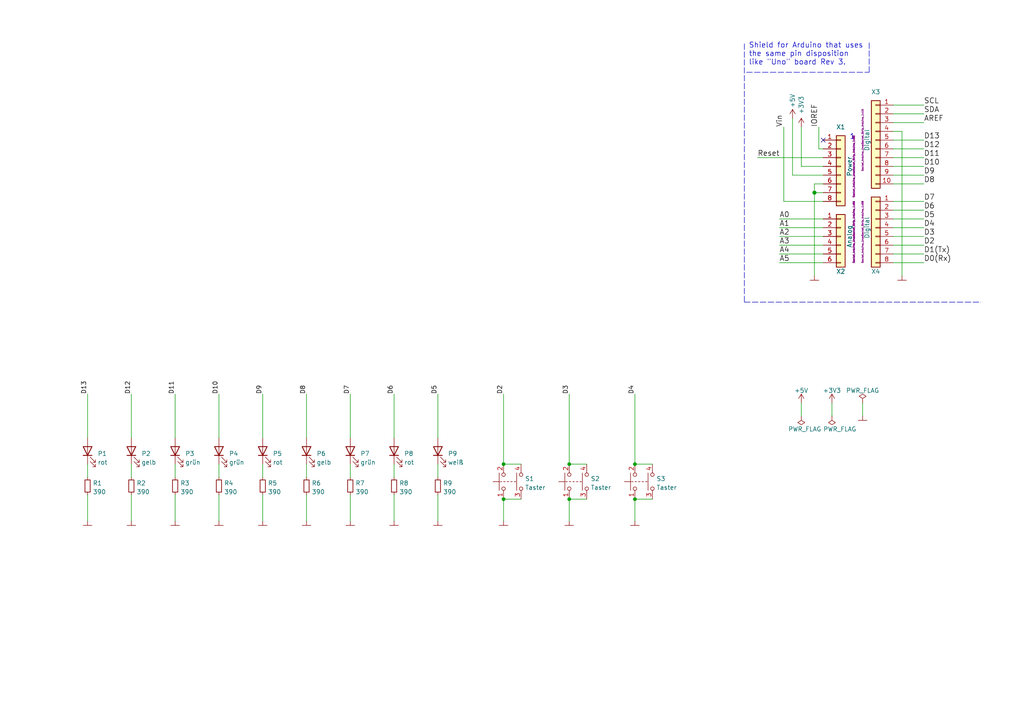
<source format=kicad_sch>
(kicad_sch (version 20211123) (generator eeschema)
  (paper "A4")
  (title_block (title "Arduino Shield LED-Projekte") (date "2022-12-30") (rev "3.0") (company "School Lab DLR") (comment 1 "Jörg Bischof") (comment 2 "DM6RAC"))
  (lib_symbols
    (symbol "Connector_Generic:Conn_01x06" (pin_names (offset 1.016) hide)
      (property "Reference" "J" (at 0 7.62 0))
      (property "Value" "Conn_01x06" (at 0 -10.16 0))
      (symbol "Conn_01x06_1_1"
        (rectangle (start -1.27 -7.493) (end 0 -7.747) (stroke (width 0.1524)))
        (rectangle (start -1.27 -4.953) (end 0 -5.207) (stroke (width 0.1524)))
        (rectangle (start -1.27 -2.413) (end 0 -2.667) (stroke (width 0.1524)))
        (rectangle (start -1.27 0.127) (end 0 -0.127) (stroke (width 0.1524)))
        (rectangle (start -1.27 2.667) (end 0 2.413) (stroke (width 0.1524)))
        (rectangle (start -1.27 5.207) (end 0 4.953) (stroke (width 0.1524)))
        (rectangle (start -1.27 6.35) (end 1.27 -8.89) (stroke (width 0.254)) (fill (type background)))
        (pin passive line (at -5.08 5.08 0) (length 3.81) (name "Pin_1") (number "1"))
        (pin passive line (at -5.08 2.54 0) (length 3.81) (name "Pin_2") (number "2"))
        (pin passive line (at -5.08 0 0) (length 3.81) (name "Pin_3") (number "3"))
        (pin passive line (at -5.08 -2.54 0) (length 3.81) (name "Pin_4") (number "4"))
        (pin passive line (at -5.08 -5.08 0) (length 3.81) (name "Pin_5") (number "5"))
        (pin passive line (at -5.08 -7.62 0) (length 3.81) (name "Pin_6") (number "6"))
      )
    )
    (symbol "Connector_Generic:Conn_01x08" (pin_names (offset 1.016) hide)
      (property "Reference" "J" (at 0 10.16 0))
      (property "Value" "Conn_01x08" (at 0 -12.7 0))
      (symbol "Conn_01x08_1_1"
        (rectangle (start -1.27 -10.033) (end 0 -10.287) (stroke (width 0.1524)))
        (rectangle (start -1.27 -7.493) (end 0 -7.747) (stroke (width 0.1524)))
        (rectangle (start -1.27 -4.953) (end 0 -5.207) (stroke (width 0.1524)))
        (rectangle (start -1.27 -2.413) (end 0 -2.667) (stroke (width 0.1524)))
        (rectangle (start -1.27 0.127) (end 0 -0.127) (stroke (width 0.1524)))
        (rectangle (start -1.27 2.667) (end 0 2.413) (stroke (width 0.1524)))
        (rectangle (start -1.27 5.207) (end 0 4.953) (stroke (width 0.1524)))
        (rectangle (start -1.27 7.747) (end 0 7.493) (stroke (width 0.1524)))
        (rectangle (start -1.27 8.89) (end 1.27 -11.43) (stroke (width 0.254)) (fill (type background)))
        (pin passive line (at -5.08 7.62 0) (length 3.81) (name "Pin_1") (number "1"))
        (pin passive line (at -5.08 5.08 0) (length 3.81) (name "Pin_2") (number "2"))
        (pin passive line (at -5.08 2.54 0) (length 3.81) (name "Pin_3") (number "3"))
        (pin passive line (at -5.08 0 0) (length 3.81) (name "Pin_4") (number "4"))
        (pin passive line (at -5.08 -2.54 0) (length 3.81) (name "Pin_5") (number "5"))
        (pin passive line (at -5.08 -5.08 0) (length 3.81) (name "Pin_6") (number "6"))
        (pin passive line (at -5.08 -7.62 0) (length 3.81) (name "Pin_7") (number "7"))
        (pin passive line (at -5.08 -10.16 0) (length 3.81) (name "Pin_8") (number "8"))
      )
    )
    (symbol "Connector_Generic:Conn_01x10" (pin_names (offset 1.016) hide)
      (property "Reference" "J" (at 0 12.7 0))
      (property "Value" "Conn_01x10" (at 0 -15.24 0))
      (symbol "Conn_01x10_1_1"
        (rectangle (start -1.27 -12.573) (end 0 -12.827) (stroke (width 0.1524)))
        (rectangle (start -1.27 -10.033) (end 0 -10.287) (stroke (width 0.1524)))
        (rectangle (start -1.27 -7.493) (end 0 -7.747) (stroke (width 0.1524)))
        (rectangle (start -1.27 -4.953) (end 0 -5.207) (stroke (width 0.1524)))
        (rectangle (start -1.27 -2.413) (end 0 -2.667) (stroke (width 0.1524)))
        (rectangle (start -1.27 0.127) (end 0 -0.127) (stroke (width 0.1524)))
        (rectangle (start -1.27 2.667) (end 0 2.413) (stroke (width 0.1524)))
        (rectangle (start -1.27 5.207) (end 0 4.953) (stroke (width 0.1524)))
        (rectangle (start -1.27 7.747) (end 0 7.493) (stroke (width 0.1524)))
        (rectangle (start -1.27 10.287) (end 0 10.033) (stroke (width 0.1524)))
        (rectangle (start -1.27 11.43) (end 1.27 -13.97) (stroke (width 0.254)) (fill (type background)))
        (pin passive line (at -5.08 10.16 0) (length 3.81) (name "Pin_1") (number "1"))
        (pin passive line (at -5.08 -12.7 0) (length 3.81) (name "Pin_10") (number "10"))
        (pin passive line (at -5.08 7.62 0) (length 3.81) (name "Pin_2") (number "2"))
        (pin passive line (at -5.08 5.08 0) (length 3.81) (name "Pin_3") (number "3"))
        (pin passive line (at -5.08 2.54 0) (length 3.81) (name "Pin_4") (number "4"))
        (pin passive line (at -5.08 0 0) (length 3.81) (name "Pin_5") (number "5"))
        (pin passive line (at -5.08 -2.54 0) (length 3.81) (name "Pin_6") (number "6"))
        (pin passive line (at -5.08 -5.08 0) (length 3.81) (name "Pin_7") (number "7"))
        (pin passive line (at -5.08 -7.62 0) (length 3.81) (name "Pin_8") (number "8"))
        (pin passive line (at -5.08 -10.16 0) (length 3.81) (name "Pin_9") (number "9"))
      )
    )
    (symbol "Device:LED" (pin_numbers hide) (pin_names (offset 1.016) hide)
      (property "Reference" "P" (at 0 2.54 0))
      (property "Value" "LED" (at 0 -2.54 0))
      (symbol "LED_0_1"
        (polyline (pts (xy -1.27 -1.27) (xy -1.27 1.27)) (stroke (width 0.254)))
        (polyline (pts (xy -1.27 0) (xy 1.27 0)))
        (polyline (pts (xy 1.27 -1.27) (xy 1.27 1.27) (xy -1.27 0) (xy 1.27 -1.27)) (stroke (width 0.254)))
        (polyline (pts (xy -3.048 -0.762) (xy -4.572 -2.286) (xy -3.81 -2.286) (xy -4.572 -2.286) (xy -4.572 -1.524)))
        (polyline (pts (xy -1.778 -0.762) (xy -3.302 -2.286) (xy -2.54 -2.286) (xy -3.302 -2.286) (xy -3.302 -1.524)))
      )
      (symbol "LED_1_1"
        (pin passive line (at -3.81 0 0) (length 2.54) (name "K") (number "1"))
        (pin passive line (at 3.81 0 180) (length 2.54) (name "A") (number "2"))
      )
    )
    (symbol "Device:R_Small" (pin_numbers hide) (pin_names (offset 0.254) hide)
      (property "Reference" "R" (at -2.54 1.143 0))
      (property "Value" "R_Small" (at 0.762 -1.016 0))
      (symbol "R_Small_0_1"
        (rectangle (start -0.762 1.778) (end 0.762 -1.778) (stroke (width 0.2032)))
      )
      (symbol "R_Small_1_1"
        (pin passive line (at 0 2.54 270) (length 0.762) (name "~") (number "1"))
        (pin passive line (at 0 -2.54 90) (length 0.762) (name "~") (number "2"))
      )
    )
    (symbol "Switch:SW_Push_Dual" (pin_names (offset 1.016) hide)
      (property "Reference" "SW" (at 1.27 2.54 0))
      (property "Value" "SW_Push_Dual" (at 0 -6.858 0))
      (symbol "SW_Push_Dual_0_1"
        (circle (center -2.032 -5.08) (radius 0.508))
        (circle (center -2.032 0) (radius 0.508))
        (polyline (pts (xy 0 -3.048) (xy 0 -3.556)))
        (polyline (pts (xy 0 -2.032) (xy 0 -2.54)))
        (polyline (pts (xy 0 -1.524) (xy 0 -1.016)))
        (polyline (pts (xy 0 -0.508) (xy 0 0)))
        (polyline (pts (xy 0 0.508) (xy 0 1.016)))
        (polyline (pts (xy 0 1.27) (xy 0 3.048)))
        (polyline (pts (xy 2.54 -3.81) (xy -2.54 -3.81)))
        (polyline (pts (xy 2.54 1.27) (xy -2.54 1.27)))
        (circle (center 2.032 -5.08) (radius 0.508))
        (circle (center 2.032 0) (radius 0.508))
        (pin passive line (at -5.08 0 0) (length 2.54) (name "1") (number "1"))
        (pin passive line (at 5.08 0 180) (length 2.54) (name "2") (number "2"))
        (pin passive line (at -5.08 -5.08 0) (length 2.54) (name "3") (number "3"))
        (pin passive line (at 5.08 -5.08 180) (length 2.54) (name "4") (number "4"))
      )
    )
    (symbol "power:+3.3V" (power) (pin_names (offset 0))
      (property "Value" "+3.3V" (at 0 3.556 0))
      (symbol "+3.3V_0_1"
        (polyline (pts (xy -0.762 1.27) (xy 0 2.54)))
        (polyline (pts (xy 0 0) (xy 0 2.54)))
        (polyline (pts (xy 0 2.54) (xy 0.762 1.27)))
      )
      (symbol "+3.3V_1_1"
        (pin power_in line (at 0 0 90) (length 0) hide (name "+3V3") (number "1"))
      )
    )
    (symbol "power:+5V" (power) (pin_names (offset 0))
      (property "Value" "+5V" (at 0 3.556 0))
      (symbol "+5V_0_1"
        (polyline (pts (xy -0.762 1.27) (xy 0 2.54)))
        (polyline (pts (xy 0 0) (xy 0 2.54)))
        (polyline (pts (xy 0 2.54) (xy 0.762 1.27)))
      )
      (symbol "+5V_1_1"
        (pin power_in line (at 0 0 90) (length 0) hide (name "+5V") (number "1"))
      )
    )
    (symbol "power:GND" (power) (pin_names (offset 0))
      (symbol "GND_0_1"
        (polyline (pts (xy 0 0) (xy 0 -1.27) (xy 1.27 -1.27) (xy -1.27 -1.27) (xy 0 -1.27)))
      )
      (symbol "GND_1_1"
        (pin power_in line (at 0 0 270) (length 0) hide (name "GND") (number "1"))
      )
    )
    (symbol "power:PWR_FLAG" (power) (pin_numbers hide) (pin_names (offset 0) hide)
      (property "Value" "PWR_FLAG" (at 0 3.81 0))
      (symbol "PWR_FLAG_0_0"
        (pin power_out line (at 0 0 90) (length 0) (name "pwr") (number "1"))
      )
      (symbol "PWR_FLAG_0_1"
        (polyline (pts (xy 0 0) (xy 0 1.27) (xy -1.016 1.905) (xy 0 2.54) (xy 1.016 1.905) (xy 0 1.27)))
      )
    )
  )
  (junction (at 165.1 144.78))
  (junction (at 146.05 134.62))
  (junction (at 165.1 134.62))
  (junction (at 184.15 144.78))
  (junction (at 146.05 144.78))
  (junction (at 184.15 134.62))
  (junction (at 236.22 55.88) (diameter 1.016))
  (no_connect (at 238.76 40.64))
  (wire (pts (xy 101.6 143.51) (xy 101.6 151.13)))
  (wire (pts (xy 238.76 48.26) (xy 232.41 48.26)))
  (wire (pts (xy 238.76 71.12) (xy 226.06 71.12)))
  (wire (pts (xy 250.19 116.84) (xy 250.19 120.65)))
  (wire (pts (xy 25.4 134.62) (xy 25.4 138.43)))
  (polyline (pts (xy 252.095 20.955) (xy 252.095 12.065)) (stroke (width 0) (type dash)))
  (wire (pts (xy 50.8 114.3) (xy 50.8 127)))
  (wire (pts (xy 165.1 144.78) (xy 165.1 151.13)))
  (wire (pts (xy 259.08 63.5) (xy 267.97 63.5)))
  (wire (pts (xy 50.8 134.62) (xy 50.8 138.43)))
  (wire (pts (xy 236.22 53.34) (xy 236.22 55.88)))
  (wire (pts (xy 259.08 43.18) (xy 267.97 43.18)))
  (wire (pts (xy 261.62 38.1) (xy 261.62 80.01)))
  (wire (pts (xy 238.76 53.34) (xy 236.22 53.34)))
  (wire (pts (xy 114.3 114.3) (xy 114.3 127)))
  (wire (pts (xy 38.1 114.3) (xy 38.1 127)))
  (wire (pts (xy 259.08 53.34) (xy 267.97 53.34)))
  (wire (pts (xy 237.49 43.18) (xy 238.76 43.18)))
  (wire (pts (xy 238.76 50.8) (xy 229.87 50.8)))
  (wire (pts (xy 88.9 114.3) (xy 88.9 127)))
  (wire (pts (xy 101.6 114.3) (xy 101.6 127)))
  (wire (pts (xy 259.08 40.64) (xy 267.97 40.64)))
  (wire (pts (xy 146.05 114.3) (xy 146.05 134.62)))
  (wire (pts (xy 259.08 58.42) (xy 267.97 58.42)))
  (wire (pts (xy 238.76 66.04) (xy 226.06 66.04)))
  (wire (pts (xy 259.08 30.48) (xy 267.97 30.48)))
  (wire (pts (xy 259.08 71.12) (xy 267.97 71.12)))
  (wire (pts (xy 76.2 143.51) (xy 76.2 151.13)))
  (wire (pts (xy 63.5 114.3) (xy 63.5 127)))
  (wire (pts (xy 238.76 58.42) (xy 227.33 58.42)))
  (wire (pts (xy 76.2 134.62) (xy 76.2 138.43)))
  (wire (pts (xy 25.4 114.3) (xy 25.4 127)))
  (wire (pts (xy 184.15 114.3) (xy 184.15 134.62)))
  (wire (pts (xy 101.6 134.62) (xy 101.6 138.43)))
  (wire (pts (xy 238.76 63.5) (xy 226.06 63.5)))
  (wire (pts (xy 184.15 144.78) (xy 189.23 144.78)))
  (wire (pts (xy 127 143.51) (xy 127 151.13)))
  (wire (pts (xy 259.08 45.72) (xy 267.97 45.72)))
  (wire (pts (xy 238.76 73.66) (xy 226.06 73.66)))
  (wire (pts (xy 146.05 134.62) (xy 151.13 134.62)))
  (wire (pts (xy 127 114.3) (xy 127 127)))
  (wire (pts (xy 165.1 144.78) (xy 170.18 144.78)))
  (wire (pts (xy 238.76 45.72) (xy 219.71 45.72)))
  (wire (pts (xy 259.08 38.1) (xy 261.62 38.1)))
  (wire (pts (xy 238.76 55.88) (xy 236.22 55.88)))
  (wire (pts (xy 25.4 143.51) (xy 25.4 151.13)))
  (wire (pts (xy 259.08 50.8) (xy 267.97 50.8)))
  (wire (pts (xy 146.05 144.78) (xy 151.13 144.78)))
  (wire (pts (xy 88.9 143.51) (xy 88.9 151.13)))
  (wire (pts (xy 76.2 114.3) (xy 76.2 127)))
  (wire (pts (xy 38.1 143.51) (xy 38.1 151.13)))
  (wire (pts (xy 184.15 134.62) (xy 189.23 134.62)))
  (wire (pts (xy 236.22 55.88) (xy 236.22 80.01)))
  (wire (pts (xy 227.33 58.42) (xy 227.33 36.83)))
  (wire (pts (xy 165.1 114.3) (xy 165.1 134.62)))
  (polyline (pts (xy 215.9 87.63) (xy 284.48 87.63)) (stroke (width 0) (type dash)))
  (wire (pts (xy 259.08 68.58) (xy 267.97 68.58)))
  (wire (pts (xy 238.76 76.2) (xy 226.06 76.2)))
  (wire (pts (xy 232.41 116.84) (xy 232.41 120.65)))
  (wire (pts (xy 259.08 73.66) (xy 267.97 73.66)))
  (wire (pts (xy 114.3 143.51) (xy 114.3 151.13)))
  (wire (pts (xy 259.08 60.96) (xy 267.97 60.96)))
  (wire (pts (xy 146.05 144.78) (xy 146.05 151.13)))
  (wire (pts (xy 229.87 50.8) (xy 229.87 34.29)))
  (wire (pts (xy 63.5 134.62) (xy 63.5 138.43)))
  (wire (pts (xy 241.3 116.84) (xy 241.3 120.65)))
  (wire (pts (xy 259.08 33.02) (xy 267.97 33.02)))
  (wire (pts (xy 127 134.62) (xy 127 138.43)))
  (wire (pts (xy 38.1 134.62) (xy 38.1 138.43)))
  (wire (pts (xy 88.9 134.62) (xy 88.9 138.43)))
  (wire (pts (xy 259.08 66.04) (xy 267.97 66.04)))
  (wire (pts (xy 259.08 35.56) (xy 267.97 35.56)))
  (polyline (pts (xy 215.9 12.7) (xy 215.9 87.63)) (stroke (width 0) (type dash)))
  (wire (pts (xy 63.5 143.51) (xy 63.5 151.13)))
  (wire (pts (xy 232.41 48.26) (xy 232.41 36.83)))
  (wire (pts (xy 237.49 36.83) (xy 237.49 43.18)))
  (wire (pts (xy 259.08 76.2) (xy 267.97 76.2)))
  (wire (pts (xy 259.08 48.26) (xy 267.97 48.26)))
  (wire (pts (xy 114.3 134.62) (xy 114.3 138.43)))
  (wire (pts (xy 184.15 144.78) (xy 184.15 151.13)))
  (wire (pts (xy 238.76 68.58) (xy 226.06 68.58)))
  (wire (pts (xy 165.1 134.62) (xy 170.18 134.62)))
  (polyline (pts (xy 216.535 20.955) (xy 252.095 20.955)) (stroke (width 0) (type dash)))
  (wire (pts (xy 50.8 143.51) (xy 50.8 151.13)))
  (text "Shield for Arduino that uses\nthe same pin disposition\nlike \"Uno\" board Rev 3." (at 217.17 19.05 0) (effects (font (size 1.524 1.524)) (justify left bottom)))
  (text "1" (at 246.38 40.64 0) (effects (font (size 1.524 1.524)) (justify left bottom)))
  (label "Vin" (at 227.33 36.83 90) (effects (font (size 1.524 1.524))))
  (label "D0(Rx)" (at 267.97 76.2 0) (effects (font (size 1.524 1.524))))
  (label "A4" (at 226.06 73.66 0) (effects (font (size 1.524 1.524))))
  (label "D11" (at 50.8 114.3 90))
  (label "D7" (at 101.6 114.3 90))
  (label "D4" (at 267.97 66.04 0) (effects (font (size 1.524 1.524))))
  (label "D10" (at 63.5 114.3 90))
  (label "D5" (at 267.97 63.5 0) (effects (font (size 1.524 1.524))))
  (label "A2" (at 226.06 68.58 0) (effects (font (size 1.524 1.524))))
  (label "A5" (at 226.06 76.2 0) (effects (font (size 1.524 1.524))))
  (label "A0" (at 226.06 63.5 0) (effects (font (size 1.524 1.524))))
  (label "D4" (at 184.15 114.3 90))
  (label "A1" (at 226.06 66.04 0) (effects (font (size 1.524 1.524))))
  (label "D9" (at 76.2 114.3 90))
  (label "D10" (at 267.97 48.26 0) (effects (font (size 1.524 1.524))))
  (label "D13" (at 267.97 40.64 0) (effects (font (size 1.524 1.524))))
  (label "D2" (at 146.05 114.3 90))
  (label "D12" (at 38.1 114.3 90))
  (label "D3" (at 165.1 114.3 90))
  (label "D6" (at 114.3 114.3 90))
  (label "D7" (at 267.97 58.42 0) (effects (font (size 1.524 1.524))))
  (label "SDA" (at 267.97 33.02 0) (effects (font (size 1.524 1.524))))
  (label "A3" (at 226.06 71.12 0) (effects (font (size 1.524 1.524))))
  (label "Reset" (at 219.71 45.72 0) (effects (font (size 1.524 1.524))))
  (label "D2" (at 267.97 71.12 0) (effects (font (size 1.524 1.524))))
  (label "D12" (at 267.97 43.18 0) (effects (font (size 1.524 1.524))))
  (label "D3" (at 267.97 68.58 0) (effects (font (size 1.524 1.524))))
  (label "D9" (at 267.97 50.8 0) (effects (font (size 1.524 1.524))))
  (label "D5" (at 127 114.3 90))
  (label "D8" (at 267.97 53.34 0) (effects (font (size 1.524 1.524))))
  (label "SCL" (at 267.97 30.48 0) (effects (font (size 1.524 1.524))))
  (label "IOREF" (at 237.49 36.83 90) (effects (font (size 1.524 1.524))))
  (label "D13" (at 25.4 114.3 90))
  (label "AREF" (at 267.97 35.56 0) (effects (font (size 1.524 1.524))))
  (label "D8" (at 88.9 114.3 90))
  (label "D11" (at 267.97 45.72 0) (effects (font (size 1.524 1.524))))
  (label "D1(Tx)" (at 267.97 73.66 0) (effects (font (size 1.524 1.524))))
  (label "D6" (at 267.97 60.96 0) (effects (font (size 1.524 1.524))))
  (symbol (lib_id "Connector_Generic:Conn_01x08") (at 243.84 48.26 0) (unit 1)
    (property "Reference" "X1" (at 243.84 36.83 0))
    (property "Value" "Power" (at 246.38 48.26 90))
    (property "Footprint" "Socket_Arduino_Uno:Socket_Strip_Arduino_1x08" (at 247.65 48.26 90) (effects (font (size 0.508 0.508))))
  )
  (symbol (lib_id "power:+3.3V") (at 232.41 36.83 0) (unit 1)
    (property "Reference" "#PWR09" (effects hide))
    (property "Value" "+3.3V" (at 232.41 30.48 90))
  )
  (symbol (lib_id "power:+5V") (at 229.87 34.29 0) (unit 1)
    (property "Reference" "#PWR08" (effects hide))
    (property "Value" "+5V" (at 229.87 29.21 90))
  )
  (symbol (lib_id "Connector_Generic:Conn_01x06") (at 243.84 68.58 0) (unit 1)
    (property "Reference" "X2" (at 243.84 78.74 0))
    (property "Value" "Analog" (at 246.38 68.58 90))
    (property "Footprint" "Socket_Arduino_Uno:Socket_Strip_Arduino_1x06" (at 247.65 67.31 90) (effects (font (size 0.508 0.508))))
  )
  (symbol (lib_id "Connector_Generic:Conn_01x08") (at 254 66.04 0) (mirror y) (unit 1)
    (property "Reference" "X4" (at 254 78.74 0))
    (property "Value" "Digital" (at 251.46 66.04 90))
    (property "Footprint" "Socket_Arduino_Uno:Socket_Strip_Arduino_1x08" (at 250.19 67.31 90) (effects (font (size 0.508 0.508))))
  )
  (symbol (lib_id "Connector_Generic:Conn_01x10") (at 254 40.64 0) (mirror y) (unit 1)
    (property "Reference" "X3" (at 254 26.67 0))
    (property "Value" "Digital" (at 251.46 40.64 90))
    (property "Footprint" "Socket_Arduino_Uno:Socket_Strip_Arduino_1x10" (at 250.19 40.64 90) (effects (font (size 0.508 0.508))))
  )
  (symbol (lib_id "Switch:SW_Push_Dual") (at 146.05 139.7 90) (unit 1)
    (property "Reference" "S1" (at 152.273 138.8653 90) (effects (justify right)))
    (property "Value" "Taster" (at 152.273 141.4022 90) (effects (justify right)))
    (property "Footprint" "Button_Switch_THT:SW_PUSH_6mm_H9.5mm" (effects hide))
  )
  (symbol (lib_id "Device:R_Small") (at 127 140.97 0) (unit 1)
    (property "Reference" "R9" (at 128.4986 140.1353 0) (effects (justify left)))
    (property "Value" "390" (at 128.4986 142.6722 0) (effects (justify left)))
    (property "Footprint" "Resistor_THT:R_Axial_DIN0207_L6.3mm_D2.5mm_P10.16mm_Horizontal" (effects hide))
  )
  (symbol (lib_id "power:PWR_FLAG") (at 241.3 120.65 180) (unit 1)
    (property "Reference" "#FLG02" (effects hide))
    (property "Value" "PWR_FLAG" (at 238.76 124.46 0) (effects (justify right)))
  )
  (symbol (lib_id "power:GND") (at 146.05 151.13 0) (unit 1)
    (property "Reference" "#PWR012" (effects hide))
    (property "Value" "GND" (effects hide))
  )
  (symbol (lib_id "power:GND") (at 76.2 151.13 0) (unit 1)
    (property "Reference" "#PWR05" (effects hide))
    (property "Value" "GND" (effects hide))
  )
  (symbol (lib_id "Switch:SW_Push_Dual") (at 165.1 139.7 90) (unit 1)
    (property "Reference" "S2" (at 171.323 138.8653 90) (effects (justify right)))
    (property "Value" "Taster" (at 171.323 141.4022 90) (effects (justify right)))
    (property "Footprint" "Button_Switch_THT:SW_PUSH_6mm_H9.5mm" (effects hide))
  )
  (symbol (lib_id "Device:R_Small") (at 114.3 140.97 0) (unit 1)
    (property "Reference" "R8" (at 115.7986 140.1353 0) (effects (justify left)))
    (property "Value" "390" (at 115.7986 142.6722 0) (effects (justify left)))
    (property "Footprint" "Resistor_THT:R_Axial_DIN0207_L6.3mm_D2.5mm_P10.16mm_Horizontal" (effects hide))
  )
  (symbol (lib_id "Device:R_Small") (at 63.5 140.97 0) (unit 1)
    (property "Reference" "R4" (at 64.9986 140.1353 0) (effects (justify left)))
    (property "Value" "390" (at 64.9986 142.6722 0) (effects (justify left)))
    (property "Footprint" "Resistor_THT:R_Axial_DIN0207_L6.3mm_D2.5mm_P10.16mm_Horizontal" (effects hide))
  )
  (symbol (lib_id "power:+3.3V") (at 241.3 116.84 0) (unit 1)
    (property "Reference" "#PWR022" (effects hide))
    (property "Value" "+3.3V" (at 241.3 113.2642 0))
  )
  (symbol (lib_id "power:GND") (at 88.9 151.13 0) (unit 1)
    (property "Reference" "#PWR06" (effects hide))
    (property "Value" "GND" (effects hide))
  )
  (symbol (lib_id "power:PWR_FLAG") (at 232.41 120.65 180) (unit 1)
    (property "Reference" "#FLG01" (effects hide))
    (property "Value" "PWR_FLAG" (at 228.6 124.46 0) (effects (justify right)))
  )
  (symbol (lib_id "power:GND") (at 236.22 80.01 0) (unit 1)
    (property "Reference" "#PWR010" (effects hide))
    (property "Value" "GND" (effects hide))
  )
  (symbol (lib_id "Device:R_Small") (at 25.4 140.97 0) (unit 1)
    (property "Reference" "R1" (at 26.8986 140.1353 0) (effects (justify left)))
    (property "Value" "390" (at 26.8986 142.6722 0) (effects (justify left)))
    (property "Footprint" "Resistor_THT:R_Axial_DIN0207_L6.3mm_D2.5mm_P10.16mm_Horizontal" (effects hide))
  )
  (symbol (lib_id "Device:R_Small") (at 101.6 140.97 0) (unit 1)
    (property "Reference" "R7" (at 103.0986 140.1353 0) (effects (justify left)))
    (property "Value" "390" (at 103.0986 142.6722 0) (effects (justify left)))
    (property "Footprint" "Resistor_THT:R_Axial_DIN0207_L6.3mm_D2.5mm_P10.16mm_Horizontal" (effects hide))
  )
  (symbol (lib_id "power:GND") (at 101.6 151.13 0) (unit 1)
    (property "Reference" "#PWR07" (effects hide))
    (property "Value" "GND" (effects hide))
  )
  (symbol (lib_id "Device:LED") (at 114.3 130.81 90) (unit 1)
    (property "Reference" "P8" (at 117.221 131.5628 90) (effects (justify right)))
    (property "Value" "rot" (at 117.221 134.0997 90) (effects (justify right)))
    (property "Footprint" "LED_THT:LED_D5.0mm" (effects hide))
  )
  (symbol (lib_id "Device:R_Small") (at 50.8 140.97 0) (unit 1)
    (property "Reference" "R3" (at 52.2986 140.1353 0) (effects (justify left)))
    (property "Value" "390" (at 52.2986 142.6722 0) (effects (justify left)))
    (property "Footprint" "Resistor_THT:R_Axial_DIN0207_L6.3mm_D2.5mm_P10.16mm_Horizontal" (effects hide))
  )
  (symbol (lib_id "Device:R_Small") (at 38.1 140.97 0) (unit 1)
    (property "Reference" "R2" (at 39.5986 140.1353 0) (effects (justify left)))
    (property "Value" "390" (at 39.5986 142.6722 0) (effects (justify left)))
    (property "Footprint" "Resistor_THT:R_Axial_DIN0207_L6.3mm_D2.5mm_P10.16mm_Horizontal" (effects hide))
  )
  (symbol (lib_id "power:GND") (at 250.19 120.65 0) (unit 1)
    (property "Reference" "#PWR023" (effects hide))
    (property "Value" "GND" (effects hide))
  )
  (symbol (lib_id "power:GND") (at 165.1 151.13 0) (unit 1)
    (property "Reference" "#PWR013" (effects hide))
    (property "Value" "GND" (effects hide))
  )
  (symbol (lib_id "Device:LED") (at 25.4 130.81 90) (unit 1)
    (property "Reference" "P1" (at 28.321 131.5628 90) (effects (justify right)))
    (property "Value" "rot" (at 28.321 134.0997 90) (effects (justify right)))
    (property "Footprint" "LED_THT:LED_D5.0mm" (effects hide))
  )
  (symbol (lib_id "Device:R_Small") (at 88.9 140.97 0) (unit 1)
    (property "Reference" "R6" (at 90.3986 140.1353 0) (effects (justify left)))
    (property "Value" "390" (at 90.3986 142.6722 0) (effects (justify left)))
    (property "Footprint" "Resistor_THT:R_Axial_DIN0207_L6.3mm_D2.5mm_P10.16mm_Horizontal" (effects hide))
  )
  (symbol (lib_id "Device:LED") (at 101.6 130.81 90) (unit 1)
    (property "Reference" "P7" (at 104.521 131.5628 90) (effects (justify right)))
    (property "Value" "grün" (at 104.521 134.0997 90) (effects (justify right)))
    (property "Footprint" "LED_THT:LED_D5.0mm" (effects hide))
  )
  (symbol (lib_id "power:GND") (at 127 151.13 0) (unit 1)
    (property "Reference" "#PWR017" (effects hide))
    (property "Value" "GND" (effects hide))
  )
  (symbol (lib_id "Device:LED") (at 76.2 130.81 90) (unit 1)
    (property "Reference" "P5" (at 79.121 131.5628 90) (effects (justify right)))
    (property "Value" "rot" (at 79.121 134.0997 90) (effects (justify right)))
    (property "Footprint" "LED_THT:LED_D5.0mm" (effects hide))
  )
  (symbol (lib_id "Device:LED") (at 50.8 130.81 90) (unit 1)
    (property "Reference" "P3" (at 53.721 131.5628 90) (effects (justify right)))
    (property "Value" "grün" (at 53.721 134.0997 90) (effects (justify right)))
    (property "Footprint" "LED_THT:LED_D5.0mm" (effects hide))
  )
  (symbol (lib_id "power:GND") (at 63.5 151.13 0) (unit 1)
    (property "Reference" "#PWR04" (effects hide))
    (property "Value" "GND" (effects hide))
  )
  (symbol (lib_id "Device:LED") (at 127 130.81 90) (unit 1)
    (property "Reference" "P9" (at 129.921 131.5628 90) (effects (justify right)))
    (property "Value" "weiß" (at 129.921 134.0997 90) (effects (justify right)))
    (property "Footprint" "LED_THT:LED_D5.0mm" (effects hide))
  )
  (symbol (lib_id "power:PWR_FLAG") (at 250.19 116.84 0) (unit 1)
    (property "Reference" "#FLG03" (effects hide))
    (property "Value" "PWR_FLAG" (at 250.19 113.2642 0))
  )
  (symbol (lib_id "Device:R_Small") (at 76.2 140.97 0) (unit 1)
    (property "Reference" "R5" (at 77.6986 140.1353 0) (effects (justify left)))
    (property "Value" "390" (at 77.6986 142.6722 0) (effects (justify left)))
    (property "Footprint" "Resistor_THT:R_Axial_DIN0207_L6.3mm_D2.5mm_P10.16mm_Horizontal" (effects hide))
  )
  (symbol (lib_id "power:GND") (at 50.8 151.13 0) (unit 1)
    (property "Reference" "#PWR03" (effects hide))
    (property "Value" "GND" (effects hide))
  )
  (symbol (lib_id "power:GND") (at 25.4 151.13 0) (unit 1)
    (property "Reference" "#PWR01" (effects hide))
    (property "Value" "GND" (effects hide))
  )
  (symbol (lib_id "power:+5V") (at 232.41 116.84 0) (unit 1)
    (property "Reference" "#PWR018" (effects hide))
    (property "Value" "+5V" (at 232.41 113.2642 0))
  )
  (symbol (lib_id "Device:LED") (at 63.5 130.81 90) (unit 1)
    (property "Reference" "P4" (at 66.421 131.5628 90) (effects (justify right)))
    (property "Value" "grün" (at 66.421 134.0997 90) (effects (justify right)))
    (property "Footprint" "LED_THT:LED_D5.0mm" (effects hide))
  )
  (symbol (lib_id "Device:LED") (at 38.1 130.81 90) (unit 1)
    (property "Reference" "P2" (at 41.021 131.5628 90) (effects (justify right)))
    (property "Value" "gelb" (at 41.021 134.0997 90) (effects (justify right)))
    (property "Footprint" "LED_THT:LED_D5.0mm" (effects hide))
  )
  (symbol (lib_id "power:GND") (at 184.15 151.13 0) (unit 1)
    (property "Reference" "#PWR014" (effects hide))
    (property "Value" "GND" (effects hide))
  )
  (symbol (lib_id "Device:LED") (at 88.9 130.81 90) (unit 1)
    (property "Reference" "P6" (at 91.821 131.5628 90) (effects (justify right)))
    (property "Value" "gelb" (at 91.821 134.0997 90) (effects (justify right)))
    (property "Footprint" "LED_THT:LED_D5.0mm" (effects hide))
  )
  (symbol (lib_id "power:GND") (at 38.1 151.13 0) (unit 1)
    (property "Reference" "#PWR02" (effects hide))
    (property "Value" "GND" (effects hide))
  )
  (symbol (lib_id "power:GND") (at 114.3 151.13 0) (unit 1)
    (property "Reference" "#PWR016" (effects hide))
    (property "Value" "GND" (effects hide))
  )
  (symbol (lib_id "Switch:SW_Push_Dual") (at 184.15 139.7 90) (unit 1)
    (property "Reference" "S3" (at 190.373 138.8653 90) (effects (justify right)))
    (property "Value" "Taster" (at 190.373 141.4022 90) (effects (justify right)))
    (property "Footprint" "Button_Switch_THT:SW_PUSH_6mm_H9.5mm" (effects hide))
  )
  (symbol (lib_id "power:GND") (at 261.62 80.01 0) (unit 1)
    (property "Reference" "#PWR011" (effects hide))
    (property "Value" "GND" (effects hide))
  )
)
</source>
